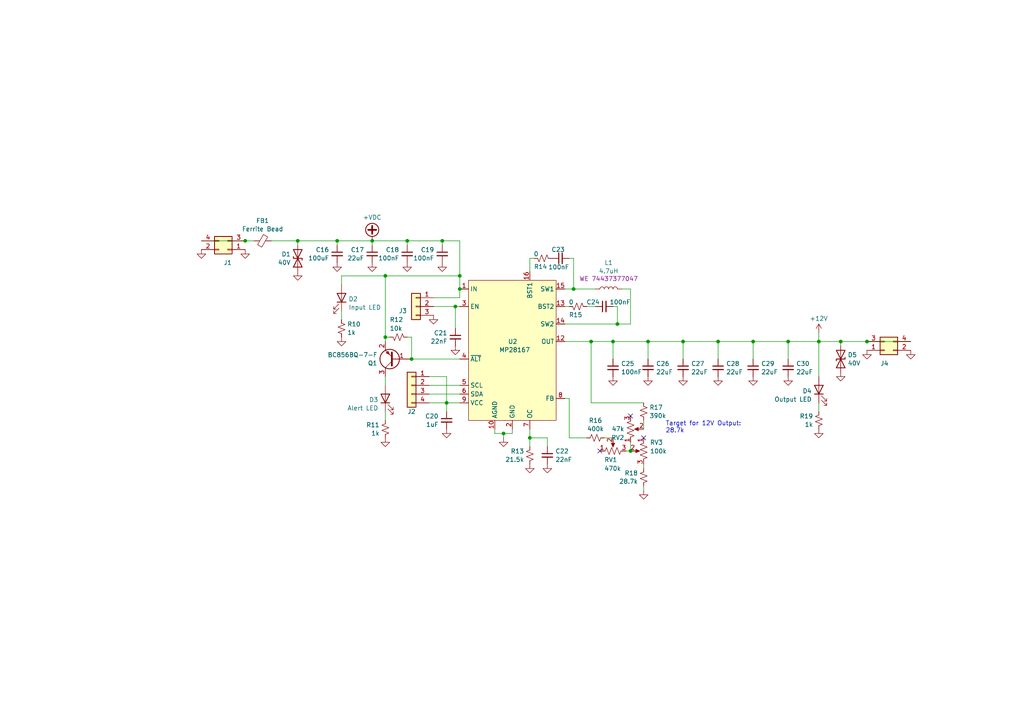
<source format=kicad_sch>
(kicad_sch (version 20231120) (generator "eeschema") (generator_version "8.0")
  (paper "A4")
  (lib_symbols
    (symbol "Connector_Generic:Conn_01x03" (pin_names (offset 1.016) hide)
      (property "Reference" "J" (at 0 5.08 0))
      (property "Value" "Conn_01x03" (at 0 -5.08 0))
      (symbol "Conn_01x03_1_1"
        (rectangle (start -1.27 -2.413) (end 0 -2.667) (stroke (width 0.1524)))
        (rectangle (start -1.27 0.127) (end 0 -0.127) (stroke (width 0.1524)))
        (rectangle (start -1.27 2.667) (end 0 2.413) (stroke (width 0.1524)))
        (rectangle (start -1.27 3.81) (end 1.27 -3.81) (stroke (width 0.254)) (fill (type background)))
        (pin passive line (at -5.08 2.54 0) (length 3.81) (name "Pin_1") (number "1"))
        (pin passive line (at -5.08 0 0) (length 3.81) (name "Pin_2") (number "2"))
        (pin passive line (at -5.08 -2.54 0) (length 3.81) (name "Pin_3") (number "3"))
      )
    )
    (symbol "Connector_Generic:Conn_01x04" (pin_names (offset 1.016) hide)
      (property "Reference" "J" (at 0 5.08 0))
      (property "Value" "Conn_01x04" (at 0 -7.62 0))
      (symbol "Conn_01x04_1_1"
        (rectangle (start -1.27 -4.953) (end 0 -5.207) (stroke (width 0.1524)))
        (rectangle (start -1.27 -2.413) (end 0 -2.667) (stroke (width 0.1524)))
        (rectangle (start -1.27 0.127) (end 0 -0.127) (stroke (width 0.1524)))
        (rectangle (start -1.27 2.667) (end 0 2.413) (stroke (width 0.1524)))
        (rectangle (start -1.27 3.81) (end 1.27 -6.35) (stroke (width 0.254)) (fill (type background)))
        (pin passive line (at -5.08 2.54 0) (length 3.81) (name "Pin_1") (number "1"))
        (pin passive line (at -5.08 0 0) (length 3.81) (name "Pin_2") (number "2"))
        (pin passive line (at -5.08 -2.54 0) (length 3.81) (name "Pin_3") (number "3"))
        (pin passive line (at -5.08 -5.08 0) (length 3.81) (name "Pin_4") (number "4"))
      )
    )
    (symbol "Connector_Generic:Conn_02x02_Odd_Even" (pin_names (offset 1.016) hide)
      (property "Reference" "J" (at 1.27 2.54 0))
      (property "Value" "Conn_02x02_Odd_Even" (at 1.27 -5.08 0))
      (symbol "Conn_02x02_Odd_Even_1_1"
        (rectangle (start -1.27 -2.413) (end 0 -2.667) (stroke (width 0.1524)))
        (rectangle (start -1.27 0.127) (end 0 -0.127) (stroke (width 0.1524)))
        (rectangle (start -1.27 1.27) (end 3.81 -3.81) (stroke (width 0.254)) (fill (type background)))
        (rectangle (start 3.81 -2.413) (end 2.54 -2.667) (stroke (width 0.1524)))
        (rectangle (start 3.81 0.127) (end 2.54 -0.127) (stroke (width 0.1524)))
        (pin passive line (at -5.08 0 0) (length 3.81) (name "Pin_1") (number "1"))
        (pin passive line (at 7.62 0 180) (length 3.81) (name "Pin_2") (number "2"))
        (pin passive line (at -5.08 -2.54 0) (length 3.81) (name "Pin_3") (number "3"))
        (pin passive line (at 7.62 -2.54 180) (length 3.81) (name "Pin_4") (number "4"))
      )
    )
    (symbol "Device:C_Small" (pin_numbers hide) (pin_names (offset 0.254) hide)
      (property "Reference" "C" (at 0.254 1.778 0))
      (property "Value" "C_Small" (at 0.254 -2.032 0))
      (symbol "C_Small_0_1"
        (polyline (pts (xy -1.524 -0.508) (xy 1.524 -0.508)) (stroke (width 0.3302)))
        (polyline (pts (xy -1.524 0.508) (xy 1.524 0.508)) (stroke (width 0.3048)))
      )
      (symbol "C_Small_1_1"
        (pin passive line (at 0 2.54 270) (length 2.032) (name "~") (number "1"))
        (pin passive line (at 0 -2.54 90) (length 2.032) (name "~") (number "2"))
      )
    )
    (symbol "Device:D_TVS" (pin_numbers hide) (pin_names (offset 1.016) hide)
      (property "Reference" "D" (at 0 2.54 0))
      (property "Value" "D_TVS" (at 0 -2.54 0))
      (symbol "D_TVS_0_1"
        (polyline (pts (xy 1.27 0) (xy -1.27 0)))
        (polyline (pts (xy 0.508 1.27) (xy 0 1.27) (xy 0 -1.27) (xy -0.508 -1.27)) (stroke (width 0.254)))
        (polyline (pts (xy -2.54 1.27) (xy -2.54 -1.27) (xy 2.54 1.27) (xy 2.54 -1.27) (xy -2.54 1.27)) (stroke (width 0.254)))
      )
      (symbol "D_TVS_1_1"
        (pin passive line (at -3.81 0 0) (length 2.54) (name "A1") (number "1"))
        (pin passive line (at 3.81 0 180) (length 2.54) (name "A2") (number "2"))
      )
    )
    (symbol "Device:FerriteBead_Small" (pin_numbers hide) (pin_names (offset 0))
      (property "Reference" "FB" (at 1.905 1.27 0))
      (property "Value" "FerriteBead_Small" (at 1.905 -1.27 0))
      (symbol "FerriteBead_Small_0_1"
        (polyline (pts (xy 0 -1.27) (xy 0 -0.7874)))
        (polyline (pts (xy 0 0.889) (xy 0 1.2954)))
        (polyline (pts (xy -1.8288 0.2794) (xy -1.1176 1.4986) (xy 1.8288 -0.2032) (xy 1.1176 -1.4224) (xy -1.8288 0.2794)))
      )
      (symbol "FerriteBead_Small_1_1"
        (pin passive line (at 0 2.54 270) (length 1.27) (name "~") (number "1"))
        (pin passive line (at 0 -2.54 90) (length 1.27) (name "~") (number "2"))
      )
    )
    (symbol "Device:L" (pin_numbers hide) (pin_names (offset 1.016) hide)
      (property "Reference" "L" (at -1.27 0 90))
      (property "Value" "L" (at 1.905 0 90))
      (symbol "L_0_1"
        (arc (start 0 -2.54) (mid 0.6323 -1.905) (end 0 -1.27))
        (arc (start 0 -1.27) (mid 0.6323 -0.635) (end 0 0))
        (arc (start 0 0) (mid 0.6323 0.635) (end 0 1.27))
        (arc (start 0 1.27) (mid 0.6323 1.905) (end 0 2.54))
      )
      (symbol "L_1_1"
        (pin passive line (at 0 3.81 270) (length 1.27) (name "1") (number "1"))
        (pin passive line (at 0 -3.81 90) (length 1.27) (name "2") (number "2"))
      )
    )
    (symbol "Device:LED" (pin_numbers hide) (pin_names (offset 1.016) hide)
      (property "Reference" "D" (at 0 2.54 0))
      (property "Value" "LED" (at 0 -2.54 0))
      (symbol "LED_0_1"
        (polyline (pts (xy -1.27 -1.27) (xy -1.27 1.27)) (stroke (width 0.254)))
        (polyline (pts (xy -1.27 0) (xy 1.27 0)))
        (polyline (pts (xy 1.27 -1.27) (xy 1.27 1.27) (xy -1.27 0) (xy 1.27 -1.27)) (stroke (width 0.254)))
        (polyline (pts (xy -3.048 -0.762) (xy -4.572 -2.286) (xy -3.81 -2.286) (xy -4.572 -2.286) (xy -4.572 -1.524)))
        (polyline (pts (xy -1.778 -0.762) (xy -3.302 -2.286) (xy -2.54 -2.286) (xy -3.302 -2.286) (xy -3.302 -1.524)))
      )
      (symbol "LED_1_1"
        (pin passive line (at -3.81 0 0) (length 2.54) (name "K") (number "1"))
        (pin passive line (at 3.81 0 180) (length 2.54) (name "A") (number "2"))
      )
    )
    (symbol "Device:Q_PNP_BEC" (pin_names (offset 0) hide)
      (property "Reference" "Q" (at 5.08 1.27 0))
      (property "Value" "Q_PNP_BEC" (at 5.08 -1.27 0))
      (symbol "Q_PNP_BEC_0_1"
        (polyline (pts (xy 0.635 0.635) (xy 2.54 2.54)))
        (polyline (pts (xy 0.635 -0.635) (xy 2.54 -2.54) (xy 2.54 -2.54)))
        (polyline (pts (xy 0.635 1.905) (xy 0.635 -1.905) (xy 0.635 -1.905)) (stroke (width 0.508)))
        (polyline (pts (xy 2.286 -1.778) (xy 1.778 -2.286) (xy 1.27 -1.27) (xy 2.286 -1.778) (xy 2.286 -1.778)) (fill (type outline)))
        (circle (center 1.27 0) (radius 2.8194) (stroke (width 0.254)))
      )
      (symbol "Q_PNP_BEC_1_1"
        (pin input line (at -5.08 0 0) (length 5.715) (name "B") (number "1"))
        (pin passive line (at 2.54 -5.08 90) (length 2.54) (name "E") (number "2"))
        (pin passive line (at 2.54 5.08 270) (length 2.54) (name "C") (number "3"))
      )
    )
    (symbol "Device:R_Potentiometer_US" (pin_names (offset 1.016) hide)
      (property "Reference" "RV" (at -4.445 0 90))
      (property "Value" "R_Potentiometer_US" (at -2.54 0 90))
      (symbol "R_Potentiometer_US_0_1"
        (polyline (pts (xy 0 -2.286) (xy 0 -2.54)))
        (polyline (pts (xy 0 2.54) (xy 0 2.286)))
        (polyline (pts (xy 2.54 0) (xy 1.524 0)))
        (polyline (pts (xy 1.143 0) (xy 2.286 0.508) (xy 2.286 -0.508) (xy 1.143 0)) (fill (type outline)))
        (polyline (pts (xy 0 -0.762) (xy 1.016 -1.143) (xy 0 -1.524) (xy -1.016 -1.905) (xy 0 -2.286)))
        (polyline (pts (xy 0 0.762) (xy 1.016 0.381) (xy 0 0) (xy -1.016 -0.381) (xy 0 -0.762)))
        (polyline (pts (xy 0 2.286) (xy 1.016 1.905) (xy 0 1.524) (xy -1.016 1.143) (xy 0 0.762)))
      )
      (symbol "R_Potentiometer_US_1_1"
        (pin passive line (at 0 3.81 270) (length 1.27) (name "1") (number "1"))
        (pin passive line (at 3.81 0 180) (length 1.27) (name "2") (number "2"))
        (pin passive line (at 0 -3.81 90) (length 1.27) (name "3") (number "3"))
      )
    )
    (symbol "Device:R_Small_US" (pin_numbers hide) (pin_names (offset 0.254) hide)
      (property "Reference" "R" (at 0.762 0.508 0))
      (property "Value" "R_Small_US" (at 0.762 -1.016 0))
      (symbol "R_Small_US_1_1"
        (polyline (pts (xy 0 0) (xy 1.016 -0.381) (xy 0 -0.762) (xy -1.016 -1.143) (xy 0 -1.524)))
        (polyline (pts (xy 0 1.524) (xy 1.016 1.143) (xy 0 0.762) (xy -1.016 0.381) (xy 0 0)))
        (pin passive line (at 0 2.54 270) (length 1.016) (name "~") (number "1"))
        (pin passive line (at 0 -2.54 90) (length 1.016) (name "~") (number "2"))
      )
    )
    (symbol "GND_2" (power) (pin_names (offset 0))
      (property "Value" "GND_2" (at 0 -3.81 0))
      (symbol "GND_2_0_1"
        (polyline (pts (xy 0 0) (xy 0 -1.27) (xy 1.27 -1.27) (xy 0 -2.54) (xy -1.27 -1.27) (xy 0 -1.27)))
      )
      (symbol "GND_2_1_1"
        (pin power_in line (at 0 0 270) (length 0) hide (name "GND") (number "1"))
      )
    )
    (symbol "MR_COM_Libraries:MP28167-A"
      (property "Reference" "U" (at 0 21.59 0))
      (property "Value" "MP28167" (at 0 21.59 0))
      (symbol "MP28167-A_0_0"
        (pin power_in line (at -15.24 17.78 0) (length 2.54) (name "IN") (number "1"))
        (pin power_in line (at -5.08 -22.86 90) (length 2.54) (name "AGND") (number "10"))
        (pin power_out line (at 15.24 2.54 180) (length 2.54) (name "OUT") (number "12"))
        (pin input line (at 15.24 12.7 180) (length 2.54) (name "BST2") (number "13"))
        (pin output line (at 15.24 7.62 180) (length 2.54) (name "SW2") (number "14"))
        (pin output line (at 15.24 17.78 180) (length 2.54) (name "SW1") (number "15"))
        (pin input line (at 5.08 22.86 270) (length 2.54) (name "BST1") (number "16"))
        (pin power_in line (at 0 -22.86 90) (length 2.54) (name "GND") (number "2"))
        (pin input line (at -15.24 12.7 0) (length 2.54) (name "EN") (number "3"))
        (pin bidirectional line (at -15.24 -10.16 0) (length 2.54) (name "SCL") (number "5"))
        (pin bidirectional line (at -15.24 -12.7 0) (length 2.54) (name "SDA") (number "6"))
        (pin input line (at 5.08 -22.86 90) (length 2.54) (name "OC") (number "7"))
        (pin input line (at 15.24 -13.97 180) (length 2.54) (name "FB") (number "8"))
        (pin output line (at -15.24 -15.24 0) (length 2.54) (name "VCC") (number "9"))
      )
      (symbol "MP28167-A_1_0"
        (pin power_in line (at 0 -22.86 90) (length 2.54) hide (name "GND") (number "11"))
        (pin output line (at -15.24 -2.54 0) (length 2.54) (name "~{ALT}") (number "4"))
      )
      (symbol "MP28167-A_1_1"
        (rectangle (start -12.7 20.32) (end 12.7 -20.32) (fill (type background)))
      )
    )
    (symbol "power:+12V" (power) (pin_names (offset 0))
      (property "Value" "+12V" (at 0 3.556 0))
      (symbol "+12V_0_1"
        (polyline (pts (xy -0.762 1.27) (xy 0 2.54)))
        (polyline (pts (xy 0 0) (xy 0 2.54)))
        (polyline (pts (xy 0 2.54) (xy 0.762 1.27)))
      )
      (symbol "+12V_1_1"
        (pin power_in line (at 0 0 90) (length 0) hide (name "+12V") (number "1"))
      )
    )
    (symbol "power:+VDC" (power) (pin_names (offset 0))
      (property "Value" "+VDC" (at 0 6.35 0))
      (symbol "+VDC_0_1"
        (polyline (pts (xy -1.143 3.175) (xy 1.143 3.175)) (stroke (width 0.508)))
        (polyline (pts (xy 0 0) (xy 0 1.27)))
        (polyline (pts (xy 0 2.032) (xy 0 4.318)) (stroke (width 0.508)))
        (circle (center 0 3.175) (radius 1.905) (stroke (width 0.254)))
      )
      (symbol "+VDC_1_1"
        (pin power_in line (at 0 0 90) (length 0) hide (name "+VDC") (number "1"))
      )
    )
  )
  (junction (at 208.28 99.06))
  (junction (at 177.8 99.06))
  (junction (at 132.08 88.9))
  (junction (at 128.27 69.85))
  (junction (at 243.84 99.06))
  (junction (at 133.35 80.01))
  (junction (at 153.67 127))
  (junction (at 107.95 69.85))
  (junction (at 111.76 97.79))
  (junction (at 71.12 69.85))
  (junction (at 118.11 69.85))
  (junction (at 237.49 99.06))
  (junction (at 97.79 69.85))
  (junction (at 228.6 99.06))
  (junction (at 129.54 116.84))
  (junction (at 251.46 99.06))
  (junction (at 218.44 99.06))
  (junction (at 198.12 99.06))
  (junction (at 133.35 83.82))
  (junction (at 182.88 130.81))
  (junction (at 166.37 83.82))
  (junction (at 187.96 99.06))
  (junction (at 111.76 80.01))
  (junction (at 179.07 93.98))
  (junction (at 119.38 104.14))
  (junction (at 171.45 99.06))
  (junction (at 86.36 69.85))
  (junction (at 146.05 125.73))
  (no_connect (at 186.69 127))
  (no_connect (at 182.88 120.65))
  (no_connect (at 173.99 130.81))
  (wire (pts (xy 186.69 142.24) (xy 186.69 140.97)))
  (wire (pts (xy 146.05 125.73) (xy 148.59 125.73)))
  (wire (pts (xy 132.08 88.9) (xy 132.08 95.25)))
  (wire (pts (xy 181.61 130.81) (xy 182.88 130.81)))
  (wire (pts (xy 187.96 99.06) (xy 198.12 99.06)))
  (wire (pts (xy 166.37 83.82) (xy 172.72 83.82)))
  (wire (pts (xy 198.12 99.06) (xy 208.28 99.06)))
  (wire (pts (xy 182.88 93.98) (xy 179.07 93.98)))
  (wire (pts (xy 251.46 99.06) (xy 264.16 99.06)))
  (wire (pts (xy 133.35 88.9) (xy 132.08 88.9)))
  (wire (pts (xy 111.76 80.01) (xy 133.35 80.01)))
  (wire (pts (xy 128.27 69.85) (xy 128.27 71.12)))
  (wire (pts (xy 86.36 69.85) (xy 97.79 69.85)))
  (wire (pts (xy 111.76 119.38) (xy 111.76 121.92)))
  (wire (pts (xy 86.36 71.12) (xy 86.36 69.85)))
  (wire (pts (xy 148.59 125.73) (xy 148.59 124.46)))
  (wire (pts (xy 186.69 116.84) (xy 171.45 116.84)))
  (wire (pts (xy 111.76 109.22) (xy 111.76 111.76)))
  (wire (pts (xy 143.51 124.46) (xy 143.51 125.73)))
  (wire (pts (xy 153.67 129.54) (xy 153.67 127)))
  (wire (pts (xy 124.46 114.3) (xy 133.35 114.3)))
  (wire (pts (xy 165.1 127) (xy 170.18 127)))
  (wire (pts (xy 186.69 135.89) (xy 186.69 134.62)))
  (wire (pts (xy 58.42 69.85) (xy 71.12 69.85)))
  (wire (pts (xy 163.83 93.98) (xy 179.07 93.98)))
  (wire (pts (xy 99.06 80.01) (xy 111.76 80.01)))
  (wire (pts (xy 165.1 115.57) (xy 165.1 127)))
  (wire (pts (xy 179.07 88.9) (xy 179.07 93.98)))
  (wire (pts (xy 133.35 116.84) (xy 129.54 116.84)))
  (wire (pts (xy 78.74 69.85) (xy 86.36 69.85)))
  (wire (pts (xy 146.05 127) (xy 146.05 125.73)))
  (wire (pts (xy 97.79 69.85) (xy 97.79 71.12)))
  (wire (pts (xy 163.83 88.9) (xy 165.1 88.9)))
  (wire (pts (xy 125.73 86.36) (xy 133.35 86.36)))
  (wire (pts (xy 133.35 69.85) (xy 133.35 80.01)))
  (wire (pts (xy 111.76 97.79) (xy 111.76 80.01)))
  (wire (pts (xy 177.8 99.06) (xy 187.96 99.06)))
  (wire (pts (xy 125.73 88.9) (xy 132.08 88.9)))
  (wire (pts (xy 118.11 69.85) (xy 118.11 71.12)))
  (wire (pts (xy 119.38 104.14) (xy 133.35 104.14)))
  (wire (pts (xy 198.12 104.14) (xy 198.12 99.06)))
  (wire (pts (xy 187.96 104.14) (xy 187.96 99.06)))
  (wire (pts (xy 129.54 109.22) (xy 129.54 116.84)))
  (wire (pts (xy 218.44 104.14) (xy 218.44 99.06)))
  (wire (pts (xy 111.76 97.79) (xy 113.03 97.79)))
  (wire (pts (xy 133.35 80.01) (xy 133.35 83.82)))
  (wire (pts (xy 163.83 83.82) (xy 166.37 83.82)))
  (wire (pts (xy 119.38 97.79) (xy 119.38 104.14)))
  (wire (pts (xy 177.8 88.9) (xy 179.07 88.9)))
  (wire (pts (xy 107.95 69.85) (xy 118.11 69.85)))
  (wire (pts (xy 129.54 119.38) (xy 129.54 116.84)))
  (wire (pts (xy 182.88 83.82) (xy 182.88 93.98)))
  (wire (pts (xy 99.06 90.17) (xy 99.06 92.71)))
  (wire (pts (xy 107.95 69.85) (xy 107.95 71.12)))
  (wire (pts (xy 128.27 69.85) (xy 133.35 69.85)))
  (wire (pts (xy 143.51 125.73) (xy 146.05 125.73)))
  (wire (pts (xy 208.28 99.06) (xy 218.44 99.06)))
  (wire (pts (xy 218.44 99.06) (xy 228.6 99.06)))
  (wire (pts (xy 124.46 109.22) (xy 129.54 109.22)))
  (wire (pts (xy 165.1 74.93) (xy 166.37 74.93)))
  (wire (pts (xy 171.45 99.06) (xy 171.45 116.84)))
  (wire (pts (xy 208.28 104.14) (xy 208.28 99.06)))
  (wire (pts (xy 237.49 99.06) (xy 237.49 109.22)))
  (wire (pts (xy 186.69 121.92) (xy 186.69 124.46)))
  (wire (pts (xy 153.67 127) (xy 158.75 127)))
  (wire (pts (xy 153.67 74.93) (xy 154.94 74.93)))
  (wire (pts (xy 237.49 96.52) (xy 237.49 99.06)))
  (wire (pts (xy 180.34 83.82) (xy 182.88 83.82)))
  (wire (pts (xy 237.49 99.06) (xy 243.84 99.06)))
  (wire (pts (xy 170.18 88.9) (xy 172.72 88.9)))
  (wire (pts (xy 228.6 99.06) (xy 237.49 99.06)))
  (wire (pts (xy 177.8 127) (xy 175.26 127)))
  (wire (pts (xy 243.84 99.06) (xy 251.46 99.06)))
  (wire (pts (xy 111.76 97.79) (xy 111.76 99.06)))
  (wire (pts (xy 166.37 74.93) (xy 166.37 83.82)))
  (wire (pts (xy 177.8 99.06) (xy 177.8 104.14)))
  (wire (pts (xy 163.83 115.57) (xy 165.1 115.57)))
  (wire (pts (xy 99.06 80.01) (xy 99.06 82.55)))
  (wire (pts (xy 124.46 111.76) (xy 133.35 111.76)))
  (wire (pts (xy 133.35 86.36) (xy 133.35 83.82)))
  (wire (pts (xy 158.75 129.54) (xy 158.75 127)))
  (wire (pts (xy 118.11 69.85) (xy 128.27 69.85)))
  (wire (pts (xy 153.67 74.93) (xy 153.67 78.74)))
  (wire (pts (xy 171.45 99.06) (xy 163.83 99.06)))
  (wire (pts (xy 237.49 116.84) (xy 237.49 119.38)))
  (wire (pts (xy 153.67 127) (xy 153.67 124.46)))
  (wire (pts (xy 124.46 116.84) (xy 129.54 116.84)))
  (wire (pts (xy 243.84 99.06) (xy 243.84 100.33)))
  (wire (pts (xy 228.6 104.14) (xy 228.6 99.06)))
  (wire (pts (xy 97.79 69.85) (xy 107.95 69.85)))
  (wire (pts (xy 71.12 69.85) (xy 73.66 69.85)))
  (wire (pts (xy 171.45 99.06) (xy 177.8 99.06)))
  (wire (pts (xy 182.88 128.27) (xy 182.88 130.81)))
  (wire (pts (xy 118.11 97.79) (xy 119.38 97.79)))
  (text "Target for 12V Output:\n28.7k" (at 193.04 125.73 0) (effects (font (size 1.27 1.27)) (justify left bottom)))
  (symbol (lib_name "GND_2") (lib_id "power:GND") (at 153.67 134.62 0) (unit 1)
    (property "Reference" "#PWR030" (effects (hide yes)))
    (property "Value" "GND" (effects (hide yes)))
  )
  (symbol (lib_name "GND_2") (lib_id "power:GND") (at 132.08 100.33 0) (mirror y) (unit 1)
    (property "Reference" "#PWR028" (effects (hide yes)))
    (property "Value" "GND" (effects (hide yes)))
  )
  (symbol (lib_name "GND_2") (lib_id "power:GND") (at 237.49 124.46 0) (unit 1)
    (property "Reference" "#PWR040" (effects (hide yes)))
    (property "Value" "GND" (effects (hide yes)))
  )
  (symbol (lib_id "Device:LED") (at 99.06 86.36 270) (mirror x) (unit 1)
    (property "Reference" "D2" (at 101.092 86.7354 90) (effects (justify left)))
    (property "Value" "Input LED" (at 101.092 89.1596 90) (effects (justify left)))
    (property "Footprint" "LED_SMD:LED_0603_1608Metric_Pad1.05x0.95mm_HandSolder" (effects (hide yes)))
  )
  (symbol (lib_id "MR_COM_Libraries:MP28167-A") (at 148.59 101.6 0) (unit 1)
    (property "Reference" "U2" (at 147.32 99.06 0) (effects (justify left)))
    (property "Value" "MP28167" (at 144.78 101.4842 0) (effects (justify left)))
    (property "Footprint" "obcModule:MP28167" (effects (hide yes)))
    (property "Datasheet" "https://www.monolithicpower.com/en/documentview/productdocument/index/version/2/document_type/Datasheet/lang/en/sku/MP28167GQ-A/" (effects (hide yes)))
  )
  (symbol (lib_name "GND_2") (lib_id "power:GND") (at 128.27 76.2 0) (unit 1)
    (property "Reference" "#PWR026" (effects (hide yes)))
    (property "Value" "GND" (effects (hide yes)))
  )
  (symbol (lib_id "Device:R_Small_US") (at 237.49 121.92 0) (mirror y) (unit 1)
    (property "Reference" "R19" (at 235.839 120.7079 0) (effects (justify left)))
    (property "Value" "1k" (at 235.839 123.1321 0) (effects (justify left)))
    (property "Footprint" "Resistor_SMD:R_0603_1608Metric_Pad0.98x0.95mm_HandSolder" (effects (hide yes)))
  )
  (symbol (lib_id "Device:C_Small") (at 175.26 88.9 90) (unit 1)
    (property "Reference" "C24" (at 173.99 87.63 90) (effects (justify left)))
    (property "Value" "100nF" (at 182.88 87.63 90) (effects (justify left)))
    (property "Footprint" "Capacitor_SMD:C_0603_1608Metric_Pad1.08x0.95mm_HandSolder" (effects (hide yes)))
  )
  (symbol (lib_id "Device:C_Small") (at 162.56 74.93 90) (unit 1)
    (property "Reference" "C23" (at 163.83 72.39 90) (effects (justify left)))
    (property "Value" "100nF" (at 165.1 77.47 90) (effects (justify left)))
    (property "Footprint" "Capacitor_SMD:C_0603_1608Metric_Pad1.08x0.95mm_HandSolder" (effects (hide yes)))
  )
  (symbol (lib_name "GND_2") (lib_id "power:GND") (at 208.28 109.22 0) (mirror y) (unit 1)
    (property "Reference" "#PWR036" (effects (hide yes)))
    (property "Value" "GND" (effects (hide yes)))
  )
  (symbol (lib_id "Connector_Generic:Conn_01x04") (at 119.38 111.76 0) (mirror y) (unit 1)
    (property "Reference" "J2" (at 119.38 119.38 0))
    (property "Value" "2.54mm Pin Header x4" (effects (hide yes)))
    (property "Footprint" "Connector_PinHeader_2.54mm:PinHeader_1x04_P2.54mm_Vertical" (effects (hide yes)))
  )
  (symbol (lib_name "GND_2") (lib_id "power:GND") (at 97.79 76.2 0) (unit 1)
    (property "Reference" "#PWR019" (effects (hide yes)))
    (property "Value" "GND" (effects (hide yes)))
  )
  (symbol (lib_name "GND_2") (lib_id "power:GND") (at 243.84 107.95 0) (mirror y) (unit 1)
    (property "Reference" "#PWR041" (effects (hide yes)))
    (property "Value" "GND" (effects (hide yes)))
  )
  (symbol (lib_id "Device:L") (at 176.53 83.82 90) (unit 1)
    (property "Reference" "L1" (at 176.53 76.2 90))
    (property "Value" "4.7uH" (at 176.53 78.6242 90))
    (property "Footprint" "obcModule:WE_74437377047" (effects (hide yes)))
    (property "Datasheet" "https://www.we-online.com/components/products/datasheet/74437377047.pdf" (effects (hide yes)))
    (property "Field4" "7.5A" (effects (hide yes)))
    (property "Field5" "https://www.digikey.com/en/products/detail/w%C3%BCrth-elektronik/74437377047/2791104" (effects (hide yes)))
    (property "Field6" "WE 74437377047" (at 176.53 80.8496 90))
  )
  (symbol (lib_id "Device:R_Small_US") (at 172.72 127 90) (unit 1)
    (property "Reference" "R16" (at 172.72 121.9667 90))
    (property "Value" "400k" (at 172.72 124.3909 90))
    (property "Footprint" "Resistor_SMD:R_0603_1608Metric_Pad0.98x0.95mm_HandSolder" (effects (hide yes)))
  )
  (symbol (lib_name "GND_2") (lib_id "power:GND") (at 58.42 72.39 0) (unit 1)
    (property "Reference" "#PWR016" (effects (hide yes)))
    (property "Value" "GND" (effects (hide yes)))
  )
  (symbol (lib_id "Device:R_Potentiometer_US") (at 186.69 130.81 0) (mirror y) (unit 1)
    (property "Reference" "RV3" (at 188.4979 128.3306 0) (effects (justify right)))
    (property "Value" "100k" (at 188.4979 130.8706 0) (effects (justify right)))
    (property "Footprint" "Potentiometer_SMD:Potentiometer_Bourns_TC33X_Vertical" (effects (hide yes)))
    (property "Datasheet" "https://www.bourns.com/docs/Product-Datasheets/TC33.pdf" (effects (hide yes)))
    (property "Field5" "Bournes TC33" (effects (hide yes)))
  )
  (symbol (lib_id "Device:C_Small") (at 97.79 73.66 0) (mirror y) (unit 1)
    (property "Reference" "C16" (at 95.4659 72.4542 0) (effects (justify left)))
    (property "Value" "100uF" (at 95.4659 74.8784 0) (effects (justify left)))
    (property "Footprint" "Capacitor_SMD:C_1210_3225Metric" (effects (hide yes)))
  )
  (symbol (lib_name "GND_2") (lib_id "power:GND") (at 177.8 109.22 0) (unit 1)
    (property "Reference" "#PWR032" (effects (hide yes)))
    (property "Value" "GND" (effects (hide yes)))
  )
  (symbol (lib_name "GND_2") (lib_id "power:GND") (at 111.76 127 0) (unit 1)
    (property "Reference" "#PWR023" (effects (hide yes)))
    (property "Value" "GND" (effects (hide yes)))
  )
  (symbol (lib_name "GND_2") (lib_id "power:GND") (at 125.73 91.44 0) (mirror y) (unit 1)
    (property "Reference" "#PWR025" (effects (hide yes)))
    (property "Value" "GND" (effects (hide yes)))
  )
  (symbol (lib_name "GND_2") (lib_id "power:GND") (at 228.6 109.22 0) (mirror y) (unit 1)
    (property "Reference" "#PWR038" (effects (hide yes)))
    (property "Value" "GND" (effects (hide yes)))
  )
  (symbol (lib_id "Device:R_Small_US") (at 99.06 95.25 0) (unit 1)
    (property "Reference" "R10" (at 100.711 94.0379 0) (effects (justify left)))
    (property "Value" "1k" (at 100.711 96.4621 0) (effects (justify left)))
    (property "Footprint" "Resistor_SMD:R_0603_1608Metric_Pad0.98x0.95mm_HandSolder" (effects (hide yes)))
  )
  (symbol (lib_id "Device:R_Small_US") (at 157.48 74.93 270) (mirror x) (unit 1)
    (property "Reference" "R14" (at 158.75 77.3542 90) (effects (justify right)))
    (property "Value" "0" (at 156.21 73.66 90) (effects (justify right)))
    (property "Footprint" "Resistor_SMD:R_0402_1005Metric_Pad0.72x0.64mm_HandSolder" (effects (hide yes)))
  )
  (symbol (lib_name "GND_2") (lib_id "power:GND") (at 264.16 101.6 0) (mirror y) (unit 1)
    (property "Reference" "#PWR043" (effects (hide yes)))
    (property "Value" "GND" (effects (hide yes)))
  )
  (symbol (lib_name "GND_2") (lib_id "power:GND") (at 107.95 76.2 0) (unit 1)
    (property "Reference" "#PWR022" (effects (hide yes)))
    (property "Value" "GND" (effects (hide yes)))
  )
  (symbol (lib_id "power:+VDC") (at 107.95 69.85 0) (unit 1)
    (property "Reference" "#PWR021" (effects (hide yes)))
    (property "Value" "+VDC" (at 107.95 63.0499 0))
  )
  (symbol (lib_id "Device:R_Small_US") (at 153.67 132.08 0) (mirror x) (unit 1)
    (property "Reference" "R13" (at 152.019 130.8679 0) (effects (justify right)))
    (property "Value" "21.5k" (at 152.019 133.2921 0) (effects (justify right)))
    (property "Footprint" "Resistor_SMD:R_0603_1608Metric_Pad0.98x0.95mm_HandSolder" (effects (hide yes)))
  )
  (symbol (lib_id "Device:C_Small") (at 177.8 106.68 0) (unit 1)
    (property "Reference" "C25" (at 180.1241 105.4742 0) (effects (justify left)))
    (property "Value" "100nF" (at 180.1241 107.8984 0) (effects (justify left)))
    (property "Footprint" "Capacitor_SMD:C_0603_1608Metric_Pad1.08x0.95mm_HandSolder" (effects (hide yes)))
  )
  (symbol (lib_id "Device:C_Small") (at 158.75 132.08 0) (unit 1)
    (property "Reference" "C22" (at 161.0741 130.8742 0) (effects (justify left)))
    (property "Value" "22nF" (at 161.0741 133.2984 0) (effects (justify left)))
    (property "Footprint" "Capacitor_SMD:C_0603_1608Metric_Pad1.08x0.95mm_HandSolder" (effects (hide yes)))
  )
  (symbol (lib_id "Device:C_Small") (at 118.11 73.66 0) (mirror y) (unit 1)
    (property "Reference" "C18" (at 115.7859 72.4542 0) (effects (justify left)))
    (property "Value" "100nF" (at 115.7859 74.8784 0) (effects (justify left)))
    (property "Footprint" "Capacitor_SMD:C_0603_1608Metric_Pad1.08x0.95mm_HandSolder" (effects (hide yes)))
  )
  (symbol (lib_name "GND_2") (lib_id "power:GND") (at 86.36 78.74 0) (unit 1)
    (property "Reference" "#PWR018" (effects (hide yes)))
    (property "Value" "GND" (effects (hide yes)))
  )
  (symbol (lib_name "GND_2") (lib_id "power:GND") (at 198.12 109.22 0) (mirror y) (unit 1)
    (property "Reference" "#PWR035" (effects (hide yes)))
    (property "Value" "GND" (effects (hide yes)))
  )
  (symbol (lib_id "Device:FerriteBead_Small") (at 76.2 69.85 90) (unit 1)
    (property "Reference" "FB1" (at 76.1619 64.0039 90))
    (property "Value" "Ferrite Bead" (at 76.1619 66.4281 90))
    (property "Footprint" "Inductor_SMD:L_0805_2012Metric_Pad1.05x1.20mm_HandSolder" (effects (hide yes)))
    (property "Datasheet" "https://www.fair-rite.com/wp-content/themes/fair-rite/print_product.php?pid=19181" (effects (hide yes)))
    (property "Field4" "2508056017Y2" (effects (hide yes)))
    (property "Field5" "https://www.digikey.com/en/products/detail/fair-rite-products-corp/2508056017Y2/8594310" (effects (hide yes)))
  )
  (symbol (lib_name "GND_2") (lib_id "power:GND") (at 118.11 76.2 0) (unit 1)
    (property "Reference" "#PWR024" (effects (hide yes)))
    (property "Value" "GND" (effects (hide yes)))
  )
  (symbol (lib_name "GND_2") (lib_id "power:GND") (at 158.75 134.62 0) (unit 1)
    (property "Reference" "#PWR031" (effects (hide yes)))
    (property "Value" "GND" (effects (hide yes)))
  )
  (symbol (lib_id "Device:C_Small") (at 132.08 97.79 0) (mirror y) (unit 1)
    (property "Reference" "C21" (at 129.7559 96.5842 0) (effects (justify left)))
    (property "Value" "22nF" (at 129.7559 99.0084 0) (effects (justify left)))
    (property "Footprint" "Capacitor_SMD:C_0603_1608Metric_Pad1.08x0.95mm_HandSolder" (effects (hide yes)))
  )
  (symbol (lib_id "Device:C_Small") (at 187.96 106.68 0) (unit 1)
    (property "Reference" "C26" (at 190.2841 105.4742 0) (effects (justify left)))
    (property "Value" "22uF" (at 190.2841 107.8984 0) (effects (justify left)))
    (property "Footprint" "Capacitor_SMD:C_0805_2012Metric_Pad1.18x1.45mm_HandSolder" (effects (hide yes)))
  )
  (symbol (lib_id "Device:R_Potentiometer_US") (at 177.8 130.81 90) (unit 1)
    (property "Reference" "RV1" (at 175.26 133.35 90) (effects (justify right)))
    (property "Value" "470k" (at 175.26 135.89 90) (effects (justify right)))
    (property "Footprint" "Potentiometer_SMD:Potentiometer_Bourns_TC33X_Vertical" (effects (hide yes)))
    (property "Datasheet" "https://www.bourns.com/docs/Product-Datasheets/TC33.pdf" (effects (hide yes)))
    (property "Field5" "Bournes TC33" (effects (hide yes)))
  )
  (symbol (lib_id "Device:Q_PNP_BEC") (at 114.3 104.14 180) (unit 1)
    (property "Reference" "Q1" (at 109.4486 105.3521 0) (effects (justify left)))
    (property "Value" "BC856BQ-7-F" (at 109.4486 102.9279 0) (effects (justify left)))
    (property "Footprint" "Package_TO_SOT_SMD:SOT-23" (effects (hide yes)))
  )
  (symbol (lib_id "Device:R_Small_US") (at 186.69 119.38 180) (unit 1)
    (property "Reference" "R17" (at 188.341 118.1679 0) (effects (justify right)))
    (property "Value" "390k" (at 188.341 120.5921 0) (effects (justify right)))
    (property "Footprint" "Resistor_SMD:R_0603_1608Metric_Pad0.98x0.95mm_HandSolder" (effects (hide yes)))
  )
  (symbol (lib_name "GND_2") (lib_id "power:GND") (at 71.12 72.39 0) (unit 1)
    (property "Reference" "#PWR017" (effects (hide yes)))
    (property "Value" "GND" (effects (hide yes)))
  )
  (symbol (lib_id "Device:C_Small") (at 198.12 106.68 0) (unit 1)
    (property "Reference" "C27" (at 200.4441 105.4742 0) (effects (justify left)))
    (property "Value" "22uF" (at 200.4441 107.8984 0) (effects (justify left)))
    (property "Footprint" "Capacitor_SMD:C_0805_2012Metric_Pad1.18x1.45mm_HandSolder" (effects (hide yes)))
  )
  (symbol (lib_id "Device:C_Small") (at 128.27 73.66 0) (mirror y) (unit 1)
    (property "Reference" "C19" (at 125.9459 72.4542 0) (effects (justify left)))
    (property "Value" "100nF" (at 125.9459 74.8784 0) (effects (justify left)))
    (property "Footprint" "Capacitor_SMD:C_0603_1608Metric_Pad1.08x0.95mm_HandSolder" (effects (hide yes)))
  )
  (symbol (lib_name "GND_2") (lib_id "power:GND") (at 146.05 127 0) (unit 1)
    (property "Reference" "#PWR029" (effects (hide yes)))
    (property "Value" "GND" (effects (hide yes)))
  )
  (symbol (lib_name "GND_2") (lib_id "power:GND") (at 187.96 109.22 0) (mirror y) (unit 1)
    (property "Reference" "#PWR034" (effects (hide yes)))
    (property "Value" "GND" (effects (hide yes)))
  )
  (symbol (lib_id "Device:D_TVS") (at 243.84 104.14 270) (mirror x) (unit 1)
    (property "Reference" "D5" (at 245.872 102.9279 90) (effects (justify left)))
    (property "Value" "40V" (at 245.872 105.3521 90) (effects (justify left)))
    (property "Footprint" "libraries:PowerDI_123" (effects (hide yes)))
    (property "Datasheet" "https://www.diodes.com/assets/Datasheets/DFLT5V0A_DFLT220A.pdf" (effects (hide yes)))
    (property "Digikey" "https://www.digikey.com/en/products/detail/diodes-incorporated/DFLT27A-7/776771" (effects (hide yes)))
  )
  (symbol (lib_name "GND_2") (lib_id "power:GND") (at 218.44 109.22 0) (mirror y) (unit 1)
    (property "Reference" "#PWR037" (effects (hide yes)))
    (property "Value" "GND" (effects (hide yes)))
  )
  (symbol (lib_id "Device:D_TVS") (at 86.36 74.93 90) (unit 1)
    (property "Reference" "D1" (at 84.328 73.7179 90) (effects (justify left)))
    (property "Value" "40V" (at 84.328 76.1421 90) (effects (justify left)))
    (property "Footprint" "libraries:PowerDI_123" (effects (hide yes)))
    (property "Datasheet" "https://www.diodes.com/assets/Datasheets/DFLT5V0A_DFLT220A.pdf" (effects (hide yes)))
    (property "Digikey" "https://www.digikey.com/en/products/detail/diodes-incorporated/DFLT27A-7/776771" (effects (hide yes)))
  )
  (symbol (lib_id "power:+12V") (at 237.49 96.52 0) (unit 1)
    (property "Reference" "#PWR039" (effects (hide yes)))
    (property "Value" "+12V" (at 237.49 92.3869 0))
  )
  (symbol (lib_name "GND_2") (lib_id "power:GND") (at 186.69 142.24 0) (unit 1)
    (property "Reference" "#PWR033" (effects (hide yes)))
    (property "Value" "GND" (effects (hide yes)))
  )
  (symbol (lib_id "Device:C_Small") (at 208.28 106.68 0) (unit 1)
    (property "Reference" "C28" (at 210.6041 105.4742 0) (effects (justify left)))
    (property "Value" "22uF" (at 210.6041 107.8984 0) (effects (justify left)))
    (property "Footprint" "Capacitor_SMD:C_0805_2012Metric_Pad1.18x1.45mm_HandSolder" (effects (hide yes)))
  )
  (symbol (lib_id "Device:R_Small_US") (at 167.64 88.9 270) (mirror x) (unit 1)
    (property "Reference" "R15" (at 168.91 91.3242 90) (effects (justify right)))
    (property "Value" "0" (at 166.37 87.63 90) (effects (justify right)))
    (property "Footprint" "Resistor_SMD:R_0402_1005Metric_Pad0.72x0.64mm_HandSolder" (effects (hide yes)))
  )
  (symbol (lib_id "Connector_Generic:Conn_02x02_Odd_Even") (at 66.04 72.39 180) (unit 1)
    (property "Reference" "J1" (at 66.04 76.2 0))
    (property "Value" "Conn_01x02" (effects (hide yes)))
    (property "Footprint" "Connector_PinHeader_2.54mm:PinHeader_2x02_P2.54mm_Vertical" (effects (hide yes)))
  )
  (symbol (lib_id "Device:R_Small_US") (at 186.69 138.43 0) (mirror x) (unit 1)
    (property "Reference" "R18" (at 185.039 137.2179 0) (effects (justify right)))
    (property "Value" "28.7k" (at 185.039 139.6421 0) (effects (justify right)))
    (property "Footprint" "Resistor_SMD:R_0603_1608Metric_Pad0.98x0.95mm_HandSolder" (effects (hide yes)))
  )
  (symbol (lib_name "GND_2") (lib_id "power:GND") (at 99.06 97.79 0) (unit 1)
    (property "Reference" "#PWR020" (effects (hide yes)))
    (property "Value" "GND" (effects (hide yes)))
  )
  (symbol (lib_id "Device:R_Potentiometer_US") (at 182.88 124.46 0) (mirror x) (unit 1)
    (property "Reference" "RV2" (at 181.0721 126.9394 0) (effects (justify right)))
    (property "Value" "47k" (at 181.0721 124.3994 0) (effects (justify right)))
    (property "Footprint" "Potentiometer_SMD:Potentiometer_Bourns_TC33X_Vertical" (effects (hide yes)))
    (property "Datasheet" "https://www.bourns.com/docs/Product-Datasheets/TC33.pdf" (effects (hide yes)))
    (property "Field5" "Bournes TC33" (effects (hide yes)))
  )
  (symbol (lib_id "Device:C_Small") (at 107.95 73.66 0) (mirror y) (unit 1)
    (property "Reference" "C17" (at 105.6259 72.4542 0) (effects (justify left)))
    (property "Value" "22uF" (at 105.6259 74.8784 0) (effects (justify left)))
    (property "Footprint" "Capacitor_SMD:C_0805_2012Metric_Pad1.18x1.45mm_HandSolder" (effects (hide yes)))
  )
  (symbol (lib_id "Device:LED") (at 237.49 113.03 90) (unit 1)
    (property "Reference" "D4" (at 235.458 113.4054 90) (effects (justify left)))
    (property "Value" "Output LED" (at 235.458 115.8296 90) (effects (justify left)))
    (property "Footprint" "LED_SMD:LED_0603_1608Metric_Pad1.05x0.95mm_HandSolder" (effects (hide yes)))
  )
  (symbol (lib_id "Device:C_Small") (at 228.6 106.68 0) (unit 1)
    (property "Reference" "C30" (at 230.9241 105.4742 0) (effects (justify left)))
    (property "Value" "22uF" (at 230.9241 107.8984 0) (effects (justify left)))
    (property "Footprint" "Capacitor_SMD:C_0805_2012Metric_Pad1.18x1.45mm_HandSolder" (effects (hide yes)))
  )
  (symbol (lib_id "Device:C_Small") (at 218.44 106.68 0) (unit 1)
    (property "Reference" "C29" (at 220.7641 105.4742 0) (effects (justify left)))
    (property "Value" "22uF" (at 220.7641 107.8984 0) (effects (justify left)))
    (property "Footprint" "Capacitor_SMD:C_0805_2012Metric_Pad1.18x1.45mm_HandSolder" (effects (hide yes)))
  )
  (symbol (lib_id "Device:C_Small") (at 129.54 121.92 0) (mirror y) (unit 1)
    (property "Reference" "C20" (at 127.2159 120.7142 0) (effects (justify left)))
    (property "Value" "1uF" (at 127.2159 123.1384 0) (effects (justify left)))
    (property "Footprint" "Capacitor_SMD:C_0603_1608Metric_Pad1.08x0.95mm_HandSolder" (effects (hide yes)))
  )
  (symbol (lib_name "GND_2") (lib_id "power:GND") (at 129.54 124.46 0) (mirror y) (unit 1)
    (property "Reference" "#PWR027" (effects (hide yes)))
    (property "Value" "GND" (effects (hide yes)))
  )
  (symbol (lib_id "Device:R_Small_US") (at 111.76 124.46 0) (mirror y) (unit 1)
    (property "Reference" "R11" (at 110.109 123.2479 0) (effects (justify left)))
    (property "Value" "1k" (at 110.109 125.6721 0) (effects (justify left)))
    (property "Footprint" "Resistor_SMD:R_0603_1608Metric_Pad0.98x0.95mm_HandSolder" (effects (hide yes)))
  )
  (symbol (lib_id "Device:LED") (at 111.76 115.57 90) (unit 1)
    (property "Reference" "D3" (at 109.728 115.9454 90) (effects (justify left)))
    (property "Value" "Alert LED" (at 109.728 118.3696 90) (effects (justify left)))
    (property "Footprint" "LED_SMD:LED_0603_1608Metric_Pad1.05x0.95mm_HandSolder" (effects (hide yes)))
  )
  (symbol (lib_id "Connector_Generic:Conn_01x03") (at 120.65 88.9 0) (mirror y) (unit 1)
    (property "Reference" "J3" (at 116.84 90.17 0))
    (property "Value" "Conn_01x03" (effects (hide yes)))
    (property "Footprint" "Connector_PinHeader_2.54mm:PinHeader_1x03_P2.54mm_Vertical" (effects (hide yes)))
  )
  (symbol (lib_name "GND_2") (lib_id "power:GND") (at 251.46 101.6 0) (mirror y) (unit 1)
    (property "Reference" "#PWR042" (effects (hide yes)))
    (property "Value" "GND" (effects (hide yes)))
  )
  (symbol (lib_id "Device:R_Small_US") (at 115.57 97.79 90) (mirror x) (unit 1)
    (property "Reference" "R12" (at 113.03 92.71 90) (effects (justify right)))
    (property "Value" "10k" (at 113.03 95.25 90) (effects (justify right)))
    (property "Footprint" "Resistor_SMD:R_0603_1608Metric_Pad0.98x0.95mm_HandSolder" (effects (hide yes)))
  )
  (symbol (lib_id "Connector_Generic:Conn_02x02_Odd_Even") (at 256.54 101.6 0) (mirror x) (unit 1)
    (property "Reference" "J4" (at 256.54 105.41 0))
    (property "Value" "Conn_01x02" (effects (hide yes)))
    (property "Footprint" "Connector_PinHeader_2.54mm:PinHeader_2x02_P2.54mm_Vertical" (effects (hide yes)))
  )
)
</source>
